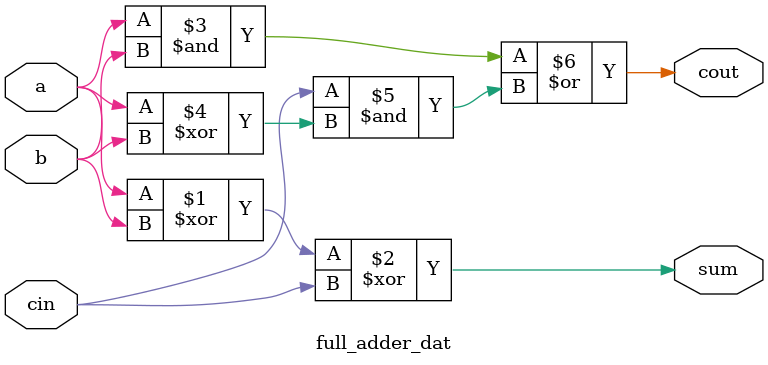
<source format=v>

`timescale 1ns / 1ns

module full_adder_dat (input wire a, b, cin,
		output wire sum, cout);

	assign sum = a ^ b ^ cin;
	assign cout = (a&b) | cin & (a^b);

endmodule

</source>
